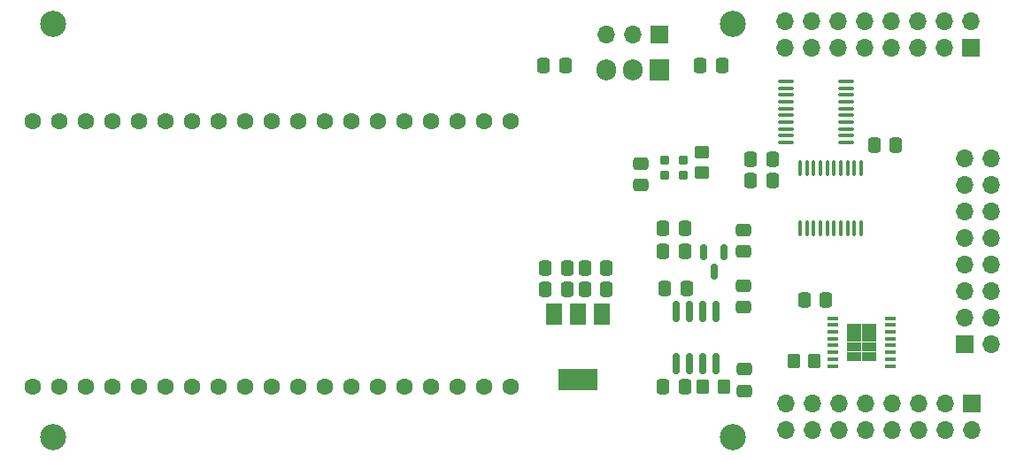
<source format=gbr>
%TF.GenerationSoftware,KiCad,Pcbnew,(6.0.5-0)*%
%TF.CreationDate,2022-06-25T13:44:40+01:00*%
%TF.ProjectId,revised_minh_design,72657669-7365-4645-9f6d-696e685f6465,rev?*%
%TF.SameCoordinates,Original*%
%TF.FileFunction,Soldermask,Top*%
%TF.FilePolarity,Negative*%
%FSLAX46Y46*%
G04 Gerber Fmt 4.6, Leading zero omitted, Abs format (unit mm)*
G04 Created by KiCad (PCBNEW (6.0.5-0)) date 2022-06-25 13:44:40*
%MOMM*%
%LPD*%
G01*
G04 APERTURE LIST*
G04 Aperture macros list*
%AMRoundRect*
0 Rectangle with rounded corners*
0 $1 Rounding radius*
0 $2 $3 $4 $5 $6 $7 $8 $9 X,Y pos of 4 corners*
0 Add a 4 corners polygon primitive as box body*
4,1,4,$2,$3,$4,$5,$6,$7,$8,$9,$2,$3,0*
0 Add four circle primitives for the rounded corners*
1,1,$1+$1,$2,$3*
1,1,$1+$1,$4,$5*
1,1,$1+$1,$6,$7*
1,1,$1+$1,$8,$9*
0 Add four rect primitives between the rounded corners*
20,1,$1+$1,$2,$3,$4,$5,0*
20,1,$1+$1,$4,$5,$6,$7,0*
20,1,$1+$1,$6,$7,$8,$9,0*
20,1,$1+$1,$8,$9,$2,$3,0*%
G04 Aperture macros list end*
%ADD10O,1.700000X1.700000*%
%ADD11R,1.700000X1.700000*%
%ADD12C,2.500000*%
%ADD13RoundRect,0.100000X0.637500X0.100000X-0.637500X0.100000X-0.637500X-0.100000X0.637500X-0.100000X0*%
%ADD14RoundRect,0.250000X-0.475000X0.337500X-0.475000X-0.337500X0.475000X-0.337500X0.475000X0.337500X0*%
%ADD15RoundRect,0.250000X0.337500X0.475000X-0.337500X0.475000X-0.337500X-0.475000X0.337500X-0.475000X0*%
%ADD16RoundRect,0.100000X0.100000X-0.637500X0.100000X0.637500X-0.100000X0.637500X-0.100000X-0.637500X0*%
%ADD17RoundRect,0.250000X0.475000X-0.337500X0.475000X0.337500X-0.475000X0.337500X-0.475000X-0.337500X0*%
%ADD18R,1.500000X2.000000*%
%ADD19R,3.800000X2.000000*%
%ADD20RoundRect,0.250000X-0.350000X-0.450000X0.350000X-0.450000X0.350000X0.450000X-0.350000X0.450000X0*%
%ADD21RoundRect,0.150000X-0.150000X0.587500X-0.150000X-0.587500X0.150000X-0.587500X0.150000X0.587500X0*%
%ADD22RoundRect,0.250000X-0.337500X-0.475000X0.337500X-0.475000X0.337500X0.475000X-0.337500X0.475000X0*%
%ADD23RoundRect,0.150000X-0.150000X0.825000X-0.150000X-0.825000X0.150000X-0.825000X0.150000X0.825000X0*%
%ADD24R,1.905000X2.000000*%
%ADD25O,1.905000X2.000000*%
%ADD26R,1.050000X0.450000*%
%ADD27R,1.470000X0.895000*%
%ADD28RoundRect,0.250000X-0.450000X0.350000X-0.450000X-0.350000X0.450000X-0.350000X0.450000X0.350000X0*%
%ADD29RoundRect,0.200000X0.250000X-0.200000X0.250000X0.200000X-0.250000X0.200000X-0.250000X-0.200000X0*%
%ADD30C,1.600000*%
G04 APERTURE END LIST*
D10*
%TO.C,J4*%
X124079000Y-79375000D03*
X124079000Y-76835000D03*
X126619000Y-79375000D03*
X126619000Y-76835000D03*
X129159000Y-79375000D03*
X129159000Y-76835000D03*
X131699000Y-79375000D03*
X131699000Y-76835000D03*
X134239000Y-79375000D03*
X134239000Y-76835000D03*
X136779000Y-79375000D03*
X136779000Y-76835000D03*
X139319000Y-79375000D03*
X139319000Y-76835000D03*
X141859000Y-79375000D03*
D11*
X141859000Y-76835000D03*
%TD*%
%TO.C,J3*%
X141204000Y-71105000D03*
D10*
X143744000Y-71105000D03*
X141204000Y-68565000D03*
X143744000Y-68565000D03*
X141204000Y-66025000D03*
X143744000Y-66025000D03*
X141204000Y-63485000D03*
X143744000Y-63485000D03*
X141204000Y-60945000D03*
X143744000Y-60945000D03*
X141204000Y-58405000D03*
X143744000Y-58405000D03*
X141204000Y-55865000D03*
X143744000Y-55865000D03*
X141204000Y-53325000D03*
X143744000Y-53325000D03*
%TD*%
D11*
%TO.C,J2*%
X141844000Y-42799000D03*
D10*
X141844000Y-40259000D03*
X139304000Y-42799000D03*
X139304000Y-40259000D03*
X136764000Y-42799000D03*
X136764000Y-40259000D03*
X134224000Y-42799000D03*
X134224000Y-40259000D03*
X131684000Y-42799000D03*
X131684000Y-40259000D03*
X129144000Y-42799000D03*
X129144000Y-40259000D03*
X126604000Y-42799000D03*
X126604000Y-40259000D03*
X124064000Y-42799000D03*
X124064000Y-40259000D03*
%TD*%
D12*
%TO.C, *%
X54000000Y-40500000D03*
%TD*%
%TO.C, *%
X54000000Y-80000000D03*
%TD*%
%TO.C, *%
X119000000Y-80000000D03*
%TD*%
%TO.C, *%
X119000000Y-40500000D03*
%TD*%
D13*
%TO.C,U6*%
X129862500Y-51820000D03*
X129862500Y-51170000D03*
X129862500Y-50520000D03*
X129862500Y-49870000D03*
X129862500Y-49220000D03*
X129862500Y-48570000D03*
X129862500Y-47920000D03*
X129862500Y-47270000D03*
X129862500Y-46620000D03*
X129862500Y-45970000D03*
X124137500Y-45970000D03*
X124137500Y-46620000D03*
X124137500Y-47270000D03*
X124137500Y-47920000D03*
X124137500Y-48570000D03*
X124137500Y-49220000D03*
X124137500Y-49870000D03*
X124137500Y-50520000D03*
X124137500Y-51170000D03*
X124137500Y-51820000D03*
%TD*%
D14*
%TO.C,C18*%
X120015000Y-60176500D03*
X120015000Y-62251500D03*
%TD*%
D15*
%TO.C,C13*%
X114448500Y-75185000D03*
X112373500Y-75185000D03*
%TD*%
D16*
%TO.C,U7*%
X125472000Y-60012500D03*
X126122000Y-60012500D03*
X126772000Y-60012500D03*
X127422000Y-60012500D03*
X128072000Y-60012500D03*
X128722000Y-60012500D03*
X129372000Y-60012500D03*
X130022000Y-60012500D03*
X130672000Y-60012500D03*
X131322000Y-60012500D03*
X131322000Y-54287500D03*
X130672000Y-54287500D03*
X130022000Y-54287500D03*
X129372000Y-54287500D03*
X128722000Y-54287500D03*
X128072000Y-54287500D03*
X127422000Y-54287500D03*
X126772000Y-54287500D03*
X126122000Y-54287500D03*
X125472000Y-54287500D03*
%TD*%
D17*
%TO.C,C11*%
X110236000Y-55901500D03*
X110236000Y-53826500D03*
%TD*%
D15*
%TO.C,C8*%
X114448500Y-60071000D03*
X112373500Y-60071000D03*
%TD*%
D18*
%TO.C,U4*%
X106495500Y-68224000D03*
D19*
X104195500Y-74524000D03*
D18*
X104195500Y-68224000D03*
X101895500Y-68224000D03*
%TD*%
D15*
%TO.C,C2*%
X103018500Y-44450000D03*
X100943500Y-44450000D03*
%TD*%
D20*
%TO.C,R2*%
X116156500Y-75185000D03*
X118156500Y-75185000D03*
%TD*%
D15*
%TO.C,C3*%
X106955500Y-63880000D03*
X104880500Y-63880000D03*
%TD*%
%TO.C,C14*%
X127932000Y-66929000D03*
X125857000Y-66929000D03*
%TD*%
D17*
%TO.C,C12*%
X120128500Y-75586500D03*
X120128500Y-73511500D03*
%TD*%
D15*
%TO.C,C17*%
X122830500Y-55499000D03*
X120755500Y-55499000D03*
%TD*%
D21*
%TO.C,U3*%
X118171000Y-62308500D03*
X116271000Y-62308500D03*
X117221000Y-64183500D03*
%TD*%
D22*
%TO.C,C7*%
X101118000Y-65880000D03*
X103193000Y-65880000D03*
%TD*%
D23*
%TO.C,U5*%
X117461500Y-68010000D03*
X116191500Y-68010000D03*
X114921500Y-68010000D03*
X113651500Y-68010000D03*
X113651500Y-72960000D03*
X114921500Y-72960000D03*
X116191500Y-72960000D03*
X117461500Y-72960000D03*
%TD*%
D22*
%TO.C,C1*%
X115929500Y-44450000D03*
X118004500Y-44450000D03*
%TD*%
D24*
%TO.C,U2*%
X112014000Y-44902000D03*
D25*
X109474000Y-44902000D03*
X106934000Y-44902000D03*
%TD*%
D22*
%TO.C,C9*%
X101118000Y-63880000D03*
X103193000Y-63880000D03*
%TD*%
D15*
%TO.C,C5*%
X106955500Y-65880000D03*
X104880500Y-65880000D03*
%TD*%
D22*
%TO.C,C16*%
X132566500Y-52070000D03*
X134641500Y-52070000D03*
%TD*%
D20*
%TO.C,R1*%
X124857000Y-72771000D03*
X126857000Y-72771000D03*
%TD*%
D26*
%TO.C,U8*%
X128570000Y-68651500D03*
X128570000Y-69301500D03*
X128570000Y-69951500D03*
X128570000Y-70601500D03*
X128570000Y-71251500D03*
X128570000Y-71901500D03*
X128570000Y-72551500D03*
X128570000Y-73201500D03*
X134120000Y-73201500D03*
X134120000Y-72551500D03*
X134120000Y-71901500D03*
X134120000Y-71251500D03*
X134120000Y-70601500D03*
X134120000Y-69951500D03*
X134120000Y-69301500D03*
X134120000Y-68651500D03*
D27*
X132080000Y-70479000D03*
X130610000Y-69584000D03*
X130610000Y-72269000D03*
X132080000Y-72269000D03*
X130610000Y-71374000D03*
X130610000Y-70479000D03*
X132080000Y-69584000D03*
X132080000Y-71374000D03*
%TD*%
D11*
%TO.C,J1*%
X112014000Y-41529000D03*
D10*
X109474000Y-41529000D03*
X106934000Y-41529000D03*
%TD*%
D15*
%TO.C,C6*%
X114448500Y-62230000D03*
X112373500Y-62230000D03*
%TD*%
D28*
%TO.C,R3*%
X116078000Y-52721000D03*
X116078000Y-54721000D03*
%TD*%
D15*
%TO.C,C10*%
X114597000Y-65785000D03*
X112522000Y-65785000D03*
%TD*%
%TO.C,C15*%
X122830500Y-53467000D03*
X120755500Y-53467000D03*
%TD*%
D14*
%TO.C,C4*%
X120015000Y-65510500D03*
X120015000Y-67585500D03*
%TD*%
D29*
%TO.C,X1*%
X112486000Y-54954000D03*
X114336000Y-54954000D03*
X114336000Y-53504000D03*
X112486000Y-53504000D03*
%TD*%
D30*
%TO.C,U1*%
X97785000Y-75184000D03*
X95245000Y-75184000D03*
X92705000Y-75184000D03*
X90165000Y-75184000D03*
X87625000Y-75184000D03*
X85085000Y-75184000D03*
X82545000Y-75184000D03*
X80005000Y-75184000D03*
X77465000Y-75184000D03*
X74925000Y-75184000D03*
X72385000Y-75184000D03*
X69845000Y-75184000D03*
X67305000Y-75184000D03*
X64765000Y-75184000D03*
X62225000Y-75184000D03*
X59685000Y-75184000D03*
X57145000Y-75184000D03*
X54605000Y-75184000D03*
X52065000Y-75184000D03*
X52102143Y-49789715D03*
X54599014Y-49789715D03*
X57145000Y-49784000D03*
X59713572Y-49789715D03*
X62250715Y-49789715D03*
X64765000Y-49784000D03*
X67305000Y-49784000D03*
X69845000Y-49784000D03*
X72385000Y-49784000D03*
X74925000Y-49784000D03*
X77465000Y-49784000D03*
X80010715Y-49789715D03*
X82547858Y-49789715D03*
X85085000Y-49784000D03*
X87625000Y-49784000D03*
X90165000Y-49784000D03*
X92705000Y-49784000D03*
X95245000Y-49784000D03*
X97785000Y-49784000D03*
%TD*%
M02*

</source>
